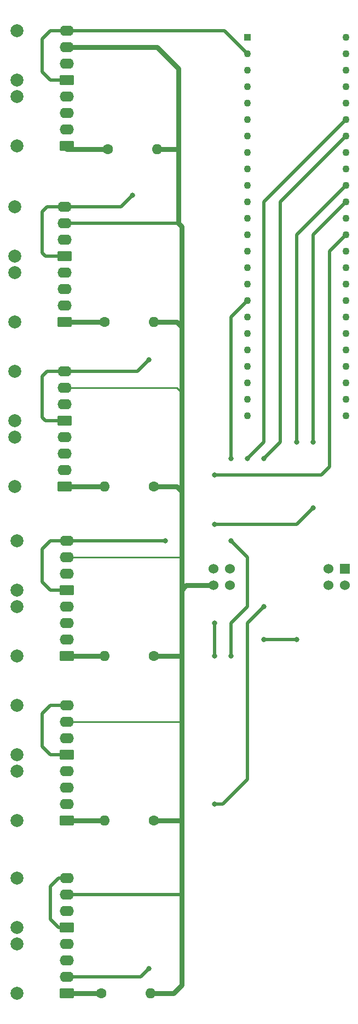
<source format=gbr>
%TF.GenerationSoftware,KiCad,Pcbnew,(6.0.8)*%
%TF.CreationDate,2023-01-05T07:28:54-08:00*%
%TF.ProjectId,Test,54657374-2e6b-4696-9361-645f70636258,Rev0.1*%
%TF.SameCoordinates,Original*%
%TF.FileFunction,Copper,L1,Top*%
%TF.FilePolarity,Positive*%
%FSLAX46Y46*%
G04 Gerber Fmt 4.6, Leading zero omitted, Abs format (unit mm)*
G04 Created by KiCad (PCBNEW (6.0.8)) date 2023-01-05 07:28:54*
%MOMM*%
%LPD*%
G01*
G04 APERTURE LIST*
G04 Aperture macros list*
%AMRoundRect*
0 Rectangle with rounded corners*
0 $1 Rounding radius*
0 $2 $3 $4 $5 $6 $7 $8 $9 X,Y pos of 4 corners*
0 Add a 4 corners polygon primitive as box body*
4,1,4,$2,$3,$4,$5,$6,$7,$8,$9,$2,$3,0*
0 Add four circle primitives for the rounded corners*
1,1,$1+$1,$2,$3*
1,1,$1+$1,$4,$5*
1,1,$1+$1,$6,$7*
1,1,$1+$1,$8,$9*
0 Add four rect primitives between the rounded corners*
20,1,$1+$1,$2,$3,$4,$5,0*
20,1,$1+$1,$4,$5,$6,$7,0*
20,1,$1+$1,$6,$7,$8,$9,0*
20,1,$1+$1,$8,$9,$2,$3,0*%
G04 Aperture macros list end*
%TA.AperFunction,ComponentPad*%
%ADD10RoundRect,0.249600X0.850400X0.550400X-0.850400X0.550400X-0.850400X-0.550400X0.850400X-0.550400X0*%
%TD*%
%TA.AperFunction,ComponentPad*%
%ADD11O,2.200000X1.600000*%
%TD*%
%TA.AperFunction,ComponentPad*%
%ADD12C,2.000000*%
%TD*%
%TA.AperFunction,ComponentPad*%
%ADD13O,1.600000X1.600000*%
%TD*%
%TA.AperFunction,ComponentPad*%
%ADD14C,1.600000*%
%TD*%
%TA.AperFunction,ComponentPad*%
%ADD15R,1.524000X1.524000*%
%TD*%
%TA.AperFunction,ComponentPad*%
%ADD16C,1.524000*%
%TD*%
%TA.AperFunction,ComponentPad*%
%ADD17R,1.100000X1.100000*%
%TD*%
%TA.AperFunction,ComponentPad*%
%ADD18C,1.100000*%
%TD*%
%TA.AperFunction,ViaPad*%
%ADD19C,0.800000*%
%TD*%
%TA.AperFunction,Conductor*%
%ADD20C,0.762000*%
%TD*%
%TA.AperFunction,Conductor*%
%ADD21C,0.508000*%
%TD*%
%TA.AperFunction,Conductor*%
%ADD22C,0.254000*%
%TD*%
G04 APERTURE END LIST*
D10*
%TO.P,J8,1,Anode*%
%TO.N,Net-(J8-Pad1)*%
X53340000Y-144780000D03*
D11*
%TO.P,J8,2,Cathode*%
%TO.N,/TX5*%
X53340000Y-142240000D03*
%TO.P,J8,3,NC*%
%TO.N,unconnected-(J8-Pad3)*%
X53340000Y-139700000D03*
%TO.P,J8,4,NC*%
%TO.N,unconnected-(J8-Pad4)*%
X53340000Y-137160000D03*
D12*
%TO.P,J8,5*%
%TO.N,N/C*%
X45640000Y-137160000D03*
%TO.P,J8,8*%
X45640000Y-144780000D03*
%TD*%
D10*
%TO.P,J4,1,Anode*%
%TO.N,Net-(J4-Pad1)*%
X53035000Y-67830000D03*
D11*
%TO.P,J4,2,Cathode*%
%TO.N,/TX2*%
X53035000Y-65290000D03*
%TO.P,J4,3,NC*%
%TO.N,unconnected-(J4-Pad3)*%
X53035000Y-62750000D03*
%TO.P,J4,4,NC*%
%TO.N,unconnected-(J4-Pad4)*%
X53035000Y-60210000D03*
D12*
%TO.P,J4,5*%
%TO.N,N/C*%
X45335000Y-60210000D03*
%TO.P,J4,8*%
X45335000Y-67830000D03*
%TD*%
D10*
%TO.P,J5,1,Data_Out*%
%TO.N,/RX6*%
X53340000Y-161290000D03*
D11*
%TO.P,J5,2,Gnd*%
%TO.N,Net-(J1-Pad2)*%
X53340000Y-158750000D03*
%TO.P,J5,3,Vcc*%
%TO.N,Net-(U1-Pad10)*%
X53340000Y-156210000D03*
%TO.P,J5,4,Rl*%
%TO.N,/RX6*%
X53340000Y-153670000D03*
D12*
%TO.P,J5,5*%
%TO.N,N/C*%
X45640000Y-153670000D03*
%TO.P,J5,8*%
X45640000Y-161290000D03*
%TD*%
D13*
%TO.P,R1,2*%
%TO.N,Net-(U1-Pad10)*%
X67310000Y-41148000D03*
D14*
%TO.P,R1,1*%
%TO.N,Net-(J2-Pad1)*%
X59690000Y-41148000D03*
%TD*%
%TO.P,R5,1*%
%TO.N,Net-(U1-Pad10)*%
X66802000Y-144780000D03*
D13*
%TO.P,R5,2*%
%TO.N,Net-(J8-Pad1)*%
X59182000Y-144780000D03*
%TD*%
D14*
%TO.P,R2,1*%
%TO.N,Net-(J4-Pad1)*%
X59182000Y-67818000D03*
D13*
%TO.P,R2,2*%
%TO.N,Net-(U1-Pad10)*%
X66802000Y-67818000D03*
%TD*%
D14*
%TO.P,R6,1*%
%TO.N,Net-(J6-Pad1)*%
X58674000Y-171450000D03*
D13*
%TO.P,R6,2*%
%TO.N,Net-(U1-Pad10)*%
X66294000Y-171450000D03*
%TD*%
D10*
%TO.P,J1,1,Data_Out*%
%TO.N,/RX1*%
X53340000Y-30480000D03*
D11*
%TO.P,J1,2,Gnd*%
%TO.N,Net-(J1-Pad2)*%
X53340000Y-27940000D03*
%TO.P,J1,3,Vcc*%
%TO.N,Net-(U1-Pad10)*%
X53340000Y-25400000D03*
%TO.P,J1,4,Rl*%
%TO.N,/RX1*%
X53340000Y-22860000D03*
D12*
%TO.P,J1,5*%
%TO.N,N/C*%
X45640000Y-22860000D03*
%TO.P,J1,8*%
X45640000Y-30480000D03*
%TD*%
D10*
%TO.P,J2,1,Anode*%
%TO.N,Net-(J2-Pad1)*%
X53340000Y-40652000D03*
D11*
%TO.P,J2,2,Cathode*%
%TO.N,/TX1*%
X53340000Y-38112000D03*
%TO.P,J2,3,NC*%
%TO.N,unconnected-(J2-Pad3)*%
X53340000Y-35572000D03*
%TO.P,J2,4,NC*%
%TO.N,unconnected-(J2-Pad4)*%
X53340000Y-33032000D03*
D12*
%TO.P,J2,5*%
%TO.N,N/C*%
X45640000Y-33032000D03*
%TO.P,J2,8*%
X45640000Y-40652000D03*
%TD*%
D10*
%TO.P,J10,1,Anode*%
%TO.N,Net-(J10-Pad1)*%
X53340000Y-119380000D03*
D11*
%TO.P,J10,2,Cathode*%
%TO.N,/TX4*%
X53340000Y-116840000D03*
%TO.P,J10,3,NC*%
%TO.N,unconnected-(J10-Pad3)*%
X53340000Y-114300000D03*
%TO.P,J10,4,NC*%
%TO.N,unconnected-(J10-Pad4)*%
X53340000Y-111760000D03*
D12*
%TO.P,J10,5*%
%TO.N,N/C*%
X45640000Y-111760000D03*
%TO.P,J10,8*%
X45640000Y-119380000D03*
%TD*%
D15*
%TO.P,U1,1,Ground*%
%TO.N,unconnected-(U1-Pad1)*%
X96360000Y-105960000D03*
D16*
%TO.P,U1,2,Ground*%
%TO.N,unconnected-(U1-Pad2)*%
X93820000Y-105960000D03*
%TO.P,U1,8,Ground*%
%TO.N,unconnected-(U1-Pad8)*%
X78580000Y-105960000D03*
%TO.P,U1,9,Ground*%
%TO.N,Net-(J1-Pad2)*%
X76040000Y-105960000D03*
%TO.P,U1,10,3.3V*%
%TO.N,Net-(U1-Pad10)*%
X76040000Y-108500000D03*
%TO.P,U1,11,3.3V*%
%TO.N,unconnected-(U1-Pad11)*%
X78580000Y-108500000D03*
%TO.P,U1,17,3.3V*%
%TO.N,unconnected-(U1-Pad17)*%
X93820000Y-108500000D03*
%TO.P,U1,18,3.3V*%
%TO.N,unconnected-(U1-Pad18)*%
X96360000Y-108500000D03*
%TD*%
D17*
%TO.P,J13,1,1*%
%TO.N,Net-(J1-Pad2)*%
X81280000Y-23876000D03*
D18*
%TO.P,J13,2,2*%
%TO.N,/RX1*%
X81280000Y-26416000D03*
%TO.P,J13,3,3*%
%TO.N,/TX1*%
X81280000Y-28956000D03*
%TO.P,J13,4,4*%
%TO.N,unconnected-(J13-Pad4)*%
X81280000Y-31496000D03*
%TO.P,J13,5,5*%
%TO.N,unconnected-(J13-Pad5)*%
X81280000Y-34036000D03*
%TO.P,J13,6,6*%
%TO.N,unconnected-(J13-Pad6)*%
X81280000Y-36576000D03*
%TO.P,J13,7,7*%
%TO.N,unconnected-(J13-Pad7)*%
X81280000Y-39116000D03*
%TO.P,J13,8,8*%
%TO.N,unconnected-(J13-Pad8)*%
X81280000Y-41656000D03*
%TO.P,J13,9,9*%
%TO.N,/RX2*%
X81280000Y-44196000D03*
%TO.P,J13,10,10*%
%TO.N,/TX2*%
X81280000Y-46736000D03*
%TO.P,J13,11,11*%
%TO.N,unconnected-(J13-Pad11)*%
X81280000Y-49276000D03*
%TO.P,J13,12,12*%
%TO.N,unconnected-(J13-Pad12)*%
X81280000Y-51816000D03*
%TO.P,J13,13,13*%
%TO.N,unconnected-(J13-Pad13)*%
X81280000Y-54356000D03*
%TO.P,J13,14,14*%
%TO.N,unconnected-(J13-Pad14)*%
X81280000Y-56896000D03*
%TO.P,J13,15,15*%
%TO.N,unconnected-(J13-Pad15)*%
X81280000Y-59436000D03*
%TO.P,J13,16,16*%
%TO.N,/TX6*%
X81280000Y-61976000D03*
%TO.P,J13,17,17*%
%TO.N,/RX6*%
X81280000Y-64516000D03*
%TO.P,J13,18,18*%
%TO.N,unconnected-(J13-Pad18)*%
X81280000Y-67056000D03*
%TO.P,J13,19,19*%
%TO.N,unconnected-(J13-Pad19)*%
X81280000Y-69596000D03*
%TO.P,J13,20,20*%
%TO.N,unconnected-(J13-Pad20)*%
X81280000Y-72136000D03*
%TO.P,J13,21,21*%
%TO.N,unconnected-(J13-Pad21)*%
X81280000Y-74676000D03*
%TO.P,J13,22,22*%
%TO.N,unconnected-(J13-Pad22)*%
X81280000Y-77216000D03*
%TO.P,J13,23,23*%
%TO.N,unconnected-(J13-Pad23)*%
X81280000Y-79756000D03*
%TO.P,J13,24,24*%
%TO.N,unconnected-(J13-Pad24)*%
X81280000Y-82296000D03*
%TO.P,J13,25,25*%
%TO.N,unconnected-(J13-Pad25)*%
X96520000Y-82296000D03*
%TO.P,J13,26,26*%
%TO.N,unconnected-(J13-Pad26)*%
X96520000Y-79756000D03*
%TO.P,J13,27,27*%
%TO.N,unconnected-(J13-Pad27)*%
X96520000Y-77216000D03*
%TO.P,J13,28,28*%
%TO.N,unconnected-(J13-Pad28)*%
X96520000Y-74676000D03*
%TO.P,J13,29,29*%
%TO.N,unconnected-(J13-Pad29)*%
X96520000Y-72136000D03*
%TO.P,J13,30,30*%
%TO.N,unconnected-(J13-Pad30)*%
X96520000Y-69596000D03*
%TO.P,J13,31,31*%
%TO.N,unconnected-(J13-Pad31)*%
X96520000Y-67056000D03*
%TO.P,J13,32,32*%
%TO.N,unconnected-(J13-Pad32)*%
X96520000Y-64516000D03*
%TO.P,J13,33,33*%
%TO.N,unconnected-(J13-Pad33)*%
X96520000Y-61976000D03*
%TO.P,J13,34,34*%
%TO.N,unconnected-(J13-Pad34)*%
X96520000Y-59436000D03*
%TO.P,J13,35,35*%
%TO.N,unconnected-(J13-Pad35)*%
X96520000Y-56896000D03*
%TO.P,J13,36,36*%
%TO.N,/TX3*%
X96520000Y-54356000D03*
%TO.P,J13,37,37*%
%TO.N,/RX3*%
X96520000Y-51816000D03*
%TO.P,J13,38,38*%
%TO.N,/RX4*%
X96520000Y-49276000D03*
%TO.P,J13,39,39*%
%TO.N,/TX4*%
X96520000Y-46736000D03*
%TO.P,J13,40,40*%
%TO.N,unconnected-(J13-Pad40)*%
X96520000Y-44196000D03*
%TO.P,J13,41,41*%
%TO.N,unconnected-(J13-Pad41)*%
X96520000Y-41656000D03*
%TO.P,J13,42,42*%
%TO.N,/TX5*%
X96520000Y-39116000D03*
%TO.P,J13,43,43*%
%TO.N,/RX5*%
X96520000Y-36576000D03*
%TO.P,J13,44,44*%
%TO.N,unconnected-(J13-Pad44)*%
X96520000Y-34036000D03*
%TO.P,J13,45,45*%
%TO.N,unconnected-(J13-Pad45)*%
X96520000Y-31496000D03*
%TO.P,J13,46,46*%
%TO.N,unconnected-(J13-Pad46)*%
X96520000Y-28956000D03*
%TO.P,J13,47,47*%
%TO.N,unconnected-(J13-Pad47)*%
X96520000Y-26416000D03*
%TO.P,J13,48,48*%
%TO.N,unconnected-(J13-Pad48)*%
X96520000Y-23876000D03*
%TD*%
D10*
%TO.P,J12,1,Anode*%
%TO.N,Net-(J12-Pad1)*%
X53035000Y-93230000D03*
D11*
%TO.P,J12,2,Cathode*%
%TO.N,/TX3*%
X53035000Y-90690000D03*
%TO.P,J12,3,NC*%
%TO.N,unconnected-(J12-Pad3)*%
X53035000Y-88150000D03*
%TO.P,J12,4,NC*%
%TO.N,unconnected-(J12-Pad4)*%
X53035000Y-85610000D03*
D12*
%TO.P,J12,5*%
%TO.N,N/C*%
X45335000Y-85610000D03*
%TO.P,J12,8*%
X45335000Y-93230000D03*
%TD*%
D10*
%TO.P,J7,1,Data_Out*%
%TO.N,/RX5*%
X53340000Y-134620000D03*
D11*
%TO.P,J7,2,Gnd*%
%TO.N,Net-(J1-Pad2)*%
X53340000Y-132080000D03*
%TO.P,J7,3,Vcc*%
%TO.N,Net-(U1-Pad10)*%
X53340000Y-129540000D03*
%TO.P,J7,4,Rl*%
%TO.N,/RX5*%
X53340000Y-127000000D03*
D12*
%TO.P,J7,5*%
%TO.N,N/C*%
X45640000Y-127000000D03*
%TO.P,J7,8*%
X45640000Y-134620000D03*
%TD*%
D10*
%TO.P,J11,1,Data_Out*%
%TO.N,/RX3*%
X53035000Y-83070000D03*
D11*
%TO.P,J11,2,Gnd*%
%TO.N,Net-(J1-Pad2)*%
X53035000Y-80530000D03*
%TO.P,J11,3,Vcc*%
%TO.N,Net-(U1-Pad10)*%
X53035000Y-77990000D03*
%TO.P,J11,4,Rl*%
%TO.N,/RX3*%
X53035000Y-75450000D03*
D12*
%TO.P,J11,5*%
%TO.N,N/C*%
X45335000Y-75450000D03*
%TO.P,J11,8*%
X45335000Y-83070000D03*
%TD*%
D10*
%TO.P,J6,1,Anode*%
%TO.N,Net-(J6-Pad1)*%
X53340000Y-171450000D03*
D11*
%TO.P,J6,2,Cathode*%
%TO.N,/TX6*%
X53340000Y-168910000D03*
%TO.P,J6,3,NC*%
%TO.N,unconnected-(J6-Pad3)*%
X53340000Y-166370000D03*
%TO.P,J6,4,NC*%
%TO.N,unconnected-(J6-Pad4)*%
X53340000Y-163830000D03*
D12*
%TO.P,J6,5*%
%TO.N,N/C*%
X45640000Y-163830000D03*
%TO.P,J6,8*%
X45640000Y-171450000D03*
%TD*%
D10*
%TO.P,J9,1,Data_Out*%
%TO.N,/RX4*%
X53340000Y-109220000D03*
D11*
%TO.P,J9,2,Gnd*%
%TO.N,Net-(J1-Pad2)*%
X53340000Y-106680000D03*
%TO.P,J9,3,Vcc*%
%TO.N,Net-(U1-Pad10)*%
X53340000Y-104140000D03*
%TO.P,J9,4,Rl*%
%TO.N,/RX4*%
X53340000Y-101600000D03*
D12*
%TO.P,J9,5*%
%TO.N,N/C*%
X45640000Y-101600000D03*
%TO.P,J9,8*%
X45640000Y-109220000D03*
%TD*%
D14*
%TO.P,R3,1*%
%TO.N,Net-(U1-Pad10)*%
X66802000Y-93218000D03*
D13*
%TO.P,R3,2*%
%TO.N,Net-(J12-Pad1)*%
X59182000Y-93218000D03*
%TD*%
D14*
%TO.P,R4,1*%
%TO.N,Net-(U1-Pad10)*%
X66802000Y-119380000D03*
D13*
%TO.P,R4,2*%
%TO.N,Net-(J10-Pad1)*%
X59182000Y-119380000D03*
%TD*%
D10*
%TO.P,J3,1,Data_Out*%
%TO.N,/RX2*%
X53035000Y-57670000D03*
D11*
%TO.P,J3,2,Gnd*%
%TO.N,Net-(J1-Pad2)*%
X53035000Y-55130000D03*
%TO.P,J3,3,Vcc*%
%TO.N,Net-(U1-Pad10)*%
X53035000Y-52590000D03*
%TO.P,J3,4,Rl*%
%TO.N,/RX2*%
X53035000Y-50050000D03*
D12*
%TO.P,J3,5*%
%TO.N,N/C*%
X45335000Y-50050000D03*
%TO.P,J3,8*%
X45335000Y-57670000D03*
%TD*%
D19*
%TO.N,/RX6*%
X78740000Y-88900000D03*
X78740000Y-101600000D03*
X78740000Y-119380000D03*
%TO.N,/TX5*%
X83820000Y-111760000D03*
%TO.N,/RX5*%
X76200000Y-119380000D03*
X76200000Y-114300000D03*
%TO.N,/TX4*%
X88900000Y-116840000D03*
X83820000Y-116840000D03*
%TO.N,/TX5*%
X83820000Y-88900000D03*
%TO.N,/RX5*%
X81280000Y-88900000D03*
%TO.N,/TX4*%
X88900000Y-86360000D03*
%TO.N,/RX4*%
X91440000Y-96520000D03*
X91440000Y-86360000D03*
%TO.N,/TX5*%
X76200000Y-142240000D03*
%TO.N,/RX2*%
X63500000Y-48260000D03*
%TO.N,/TX6*%
X66040000Y-167640000D03*
%TO.N,/RX4*%
X76200000Y-99060000D03*
X68580000Y-101600000D03*
%TO.N,/RX3*%
X66040000Y-73660000D03*
%TO.N,/TX3*%
X76200000Y-91440000D03*
%TD*%
D20*
%TO.N,Net-(U1-Pad10)*%
X70612000Y-52578000D02*
X71120000Y-53086000D01*
X71120000Y-53086000D02*
X71120000Y-68580000D01*
X70612000Y-52578000D02*
X70600000Y-52590000D01*
X70612000Y-41148000D02*
X70612000Y-52578000D01*
X70612000Y-41148000D02*
X67310000Y-41148000D01*
X70612000Y-28702000D02*
X70612000Y-41148000D01*
X67310000Y-25400000D02*
X70612000Y-28702000D01*
X53340000Y-25400000D02*
X67310000Y-25400000D01*
D21*
X70600000Y-52590000D02*
X53035000Y-52590000D01*
%TO.N,/RX6*%
X52070000Y-161290000D02*
X53340000Y-161290000D01*
X52070000Y-153670000D02*
X50800000Y-154940000D01*
X50800000Y-160020000D02*
X52070000Y-161290000D01*
X50800000Y-154940000D02*
X50800000Y-160020000D01*
X53340000Y-153670000D02*
X52070000Y-153670000D01*
%TO.N,/RX4*%
X88900000Y-99060000D02*
X91440000Y-96520000D01*
X76200000Y-99060000D02*
X88900000Y-99060000D01*
%TO.N,/TX5*%
X83820000Y-88900000D02*
X86360000Y-86360000D01*
%TO.N,/RX5*%
X81280000Y-88900000D02*
X83820000Y-86360000D01*
X83820000Y-49276000D02*
X83820000Y-86360000D01*
X96520000Y-36576000D02*
X83820000Y-49276000D01*
%TO.N,/TX5*%
X86360000Y-49530000D02*
X86360000Y-86360000D01*
X86360000Y-49276000D02*
X86360000Y-49530000D01*
X96520000Y-39116000D02*
X86360000Y-49276000D01*
%TO.N,/TX4*%
X88900000Y-54356000D02*
X88900000Y-86360000D01*
X96520000Y-46736000D02*
X88900000Y-54356000D01*
%TO.N,/RX4*%
X91440000Y-54356000D02*
X91440000Y-86360000D01*
X96520000Y-49276000D02*
X91440000Y-54356000D01*
%TO.N,/RX6*%
X78740000Y-67056000D02*
X78740000Y-88900000D01*
X81280000Y-64516000D02*
X78740000Y-67056000D01*
%TO.N,/TX3*%
X93980000Y-56896000D02*
X96520000Y-54356000D01*
X92710000Y-91440000D02*
X93980000Y-90170000D01*
X93980000Y-90170000D02*
X93980000Y-56896000D01*
X76200000Y-91440000D02*
X92710000Y-91440000D01*
%TO.N,/TX5*%
X77470000Y-142240000D02*
X76200000Y-142240000D01*
X81280000Y-138430000D02*
X77470000Y-142240000D01*
X81280000Y-114300000D02*
X81280000Y-138430000D01*
X83820000Y-111760000D02*
X81280000Y-114300000D01*
%TO.N,/TX4*%
X83820000Y-116840000D02*
X88900000Y-116840000D01*
%TO.N,/RX6*%
X78740000Y-114300000D02*
X78740000Y-119380000D01*
X81280000Y-111760000D02*
X78740000Y-114300000D01*
X81280000Y-104140000D02*
X81280000Y-110490000D01*
X81280000Y-110490000D02*
X81280000Y-111760000D01*
X78740000Y-101600000D02*
X81280000Y-104140000D01*
D20*
%TO.N,Net-(U1-Pad10)*%
X71120000Y-156210000D02*
X71120000Y-144780000D01*
D21*
X53340000Y-156210000D02*
X71120000Y-156210000D01*
D20*
X71120000Y-170180000D02*
X71120000Y-156210000D01*
D21*
%TO.N,/TX6*%
X64770000Y-168910000D02*
X66040000Y-167640000D01*
X53340000Y-168910000D02*
X64770000Y-168910000D01*
%TO.N,/RX4*%
X50800000Y-109220000D02*
X53340000Y-109220000D01*
X49530000Y-102870000D02*
X49530000Y-107950000D01*
X49530000Y-107950000D02*
X50800000Y-109220000D01*
X53340000Y-101600000D02*
X50800000Y-101600000D01*
X50800000Y-101600000D02*
X49530000Y-102870000D01*
%TO.N,/RX5*%
X49530000Y-133350000D02*
X50800000Y-134620000D01*
X49530000Y-128270000D02*
X49530000Y-133350000D01*
X53340000Y-127000000D02*
X50800000Y-127000000D01*
X50800000Y-127000000D02*
X49530000Y-128270000D01*
X50800000Y-134620000D02*
X53340000Y-134620000D01*
X76200000Y-114300000D02*
X76200000Y-119380000D01*
%TO.N,/RX2*%
X49530000Y-57150000D02*
X50050000Y-57670000D01*
X50280000Y-50050000D02*
X49530000Y-50800000D01*
X50050000Y-57670000D02*
X53035000Y-57670000D01*
X49530000Y-50800000D02*
X49530000Y-57150000D01*
X53035000Y-50050000D02*
X50280000Y-50050000D01*
X61710000Y-50050000D02*
X53035000Y-50050000D01*
X63500000Y-48260000D02*
X61710000Y-50050000D01*
%TO.N,/RX1*%
X77724000Y-22860000D02*
X81280000Y-26416000D01*
X53340000Y-22860000D02*
X77724000Y-22860000D01*
X50800000Y-30480000D02*
X53340000Y-30480000D01*
X49530000Y-29210000D02*
X50800000Y-30480000D01*
X49530000Y-24130000D02*
X49530000Y-29210000D01*
X50800000Y-22860000D02*
X49530000Y-24130000D01*
X53340000Y-22860000D02*
X50800000Y-22860000D01*
%TO.N,/RX3*%
X64250000Y-75450000D02*
X66040000Y-73660000D01*
X53035000Y-75450000D02*
X64250000Y-75450000D01*
X50050000Y-83070000D02*
X53035000Y-83070000D01*
X49530000Y-82550000D02*
X50050000Y-83070000D01*
X50280000Y-75450000D02*
X49530000Y-76200000D01*
X49530000Y-76200000D02*
X49530000Y-82550000D01*
X53035000Y-75450000D02*
X50280000Y-75450000D01*
%TO.N,/RX4*%
X53340000Y-101600000D02*
X68580000Y-101600000D01*
D20*
%TO.N,Net-(U1-Pad10)*%
X71840000Y-108500000D02*
X71120000Y-109220000D01*
X76040000Y-108500000D02*
X71840000Y-108500000D01*
%TO.N,Net-(J2-Pad1)*%
X59690000Y-41148000D02*
X53352000Y-41148000D01*
X53352000Y-41148000D02*
X53340000Y-41160000D01*
%TO.N,Net-(J4-Pad1)*%
X53047000Y-67818000D02*
X53035000Y-67830000D01*
X59182000Y-67818000D02*
X53047000Y-67818000D01*
%TO.N,Net-(J6-Pad1)*%
X58674000Y-171450000D02*
X53340000Y-171450000D01*
%TO.N,Net-(U1-Pad10)*%
X71120000Y-129540000D02*
X71120000Y-119380000D01*
X71120000Y-144780000D02*
X66802000Y-144780000D01*
D22*
X53340000Y-104140000D02*
X71120000Y-104140000D01*
D20*
X70358000Y-67818000D02*
X71120000Y-68580000D01*
X66802000Y-67818000D02*
X70358000Y-67818000D01*
X70358000Y-93218000D02*
X71120000Y-93980000D01*
X71120000Y-119380000D02*
X66802000Y-119380000D01*
X66294000Y-171450000D02*
X69850000Y-171450000D01*
D22*
X70370000Y-77990000D02*
X71120000Y-78740000D01*
D20*
X71120000Y-109220000D02*
X71120000Y-104140000D01*
X71120000Y-104140000D02*
X71120000Y-93980000D01*
X69850000Y-171450000D02*
X71120000Y-170180000D01*
X71120000Y-144780000D02*
X71120000Y-129540000D01*
X71120000Y-78740000D02*
X71120000Y-68580000D01*
D22*
X53035000Y-77990000D02*
X70370000Y-77990000D01*
X53340000Y-129540000D02*
X71120000Y-129540000D01*
D20*
X66802000Y-93218000D02*
X70358000Y-93218000D01*
X71120000Y-93980000D02*
X71120000Y-78740000D01*
X71120000Y-119380000D02*
X71120000Y-109220000D01*
%TO.N,Net-(J8-Pad1)*%
X53340000Y-144780000D02*
X59182000Y-144780000D01*
%TO.N,Net-(J10-Pad1)*%
X53340000Y-119380000D02*
X59182000Y-119380000D01*
%TO.N,Net-(J12-Pad1)*%
X59182000Y-93218000D02*
X53047000Y-93218000D01*
X53047000Y-93218000D02*
X53035000Y-93230000D01*
%TD*%
M02*

</source>
